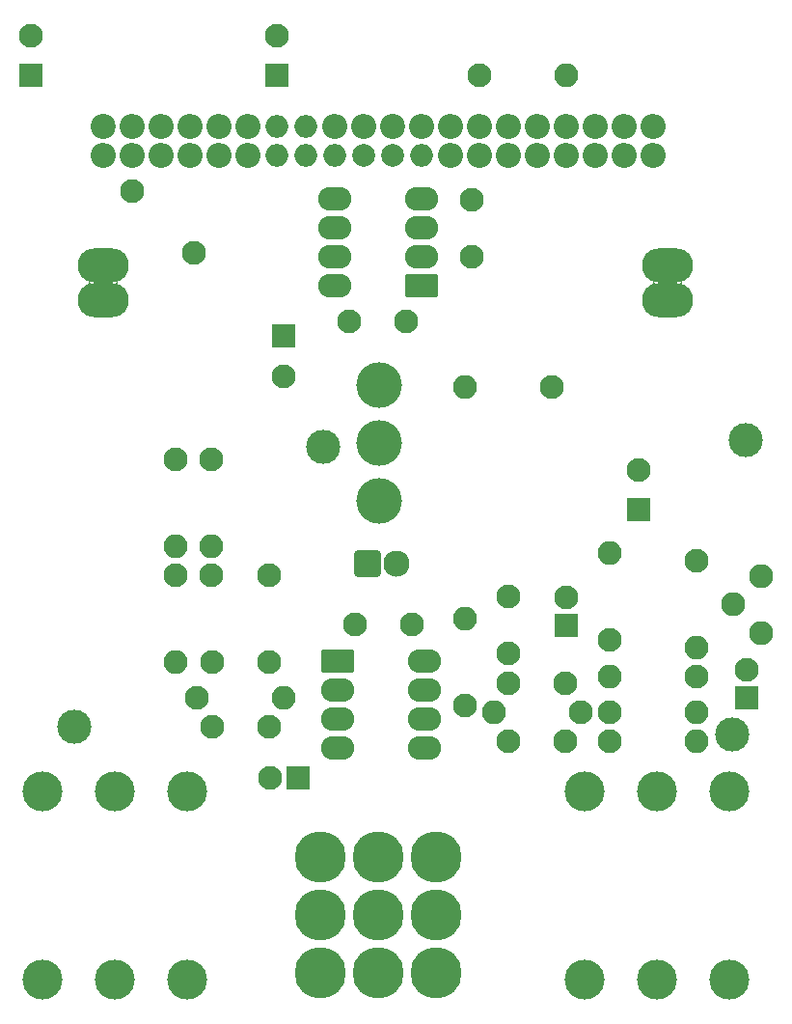
<source format=gbr>
%TF.GenerationSoftware,KiCad,Pcbnew,(6.0.6-0)*%
%TF.CreationDate,2022-07-13T00:54:31+01:00*%
%TF.ProjectId,pedal-pi-Robin,70656461-6c2d-4706-992d-526f62696e2e,rev?*%
%TF.SameCoordinates,Original*%
%TF.FileFunction,Soldermask,Top*%
%TF.FilePolarity,Negative*%
%FSLAX46Y46*%
G04 Gerber Fmt 4.6, Leading zero omitted, Abs format (unit mm)*
G04 Created by KiCad (PCBNEW (6.0.6-0)) date 2022-07-13 00:54:31*
%MOMM*%
%LPD*%
G01*
G04 APERTURE LIST*
G04 Aperture macros list*
%AMRoundRect*
0 Rectangle with rounded corners*
0 $1 Rounding radius*
0 $2 $3 $4 $5 $6 $7 $8 $9 X,Y pos of 4 corners*
0 Add a 4 corners polygon primitive as box body*
4,1,4,$2,$3,$4,$5,$6,$7,$8,$9,$2,$3,0*
0 Add four circle primitives for the rounded corners*
1,1,$1+$1,$2,$3*
1,1,$1+$1,$4,$5*
1,1,$1+$1,$6,$7*
1,1,$1+$1,$8,$9*
0 Add four rect primitives between the rounded corners*
20,1,$1+$1,$2,$3,$4,$5,0*
20,1,$1+$1,$4,$5,$6,$7,0*
20,1,$1+$1,$6,$7,$8,$9,0*
20,1,$1+$1,$8,$9,$2,$3,0*%
%AMHorizOval*
0 Thick line with rounded ends*
0 $1 width*
0 $2 $3 position (X,Y) of the first rounded end (center of the circle)*
0 $4 $5 position (X,Y) of the second rounded end (center of the circle)*
0 Add line between two ends*
20,1,$1,$2,$3,$4,$5,0*
0 Add two circle primitives to create the rounded ends*
1,1,$1,$2,$3*
1,1,$1,$4,$5*%
G04 Aperture macros list end*
%ADD10C,2.100000*%
%ADD11RoundRect,0.250000X0.800000X-0.800000X0.800000X0.800000X-0.800000X0.800000X-0.800000X-0.800000X0*%
%ADD12RoundRect,0.250000X0.800000X0.800000X-0.800000X0.800000X-0.800000X-0.800000X0.800000X-0.800000X0*%
%ADD13RoundRect,0.250000X-0.800000X0.800000X-0.800000X-0.800000X0.800000X-0.800000X0.800000X0.800000X0*%
%ADD14C,2.000000*%
%ADD15O,2.000000X2.000000*%
%ADD16O,2.200000X2.200000*%
%ADD17C,2.200000*%
%ADD18RoundRect,0.250000X-0.900000X-0.900000X0.900000X-0.900000X0.900000X0.900000X-0.900000X0.900000X0*%
%ADD19C,2.300000*%
%ADD20C,2.999360*%
%ADD21RoundRect,0.250000X-1.200000X-0.800000X1.200000X-0.800000X1.200000X0.800000X-1.200000X0.800000X0*%
%ADD22O,2.900000X2.100000*%
%ADD23RoundRect,0.250000X1.200000X0.800000X-1.200000X0.800000X-1.200000X-0.800000X1.200000X-0.800000X0*%
%ADD24C,3.500000*%
%ADD25O,2.100000X2.100000*%
%ADD26HorizOval,2.100000X0.000000X0.000000X0.000000X0.000000X0*%
%ADD27O,4.500000X3.000000*%
%ADD28C,4.000000*%
%ADD29C,2.120000*%
%ADD30C,4.500000*%
G04 APERTURE END LIST*
D10*
%TO.C,C1*%
X157480000Y-119380000D03*
X162480000Y-119380000D03*
%TD*%
%TO.C,C2*%
X157480000Y-114300000D03*
X162480000Y-114300000D03*
%TD*%
D11*
%TO.C,C3*%
X162560000Y-109220000D03*
D10*
X162560000Y-106720000D03*
%TD*%
%TO.C,C4*%
X154305000Y-76835000D03*
X154305000Y-71835000D03*
%TD*%
%TO.C,C5*%
X157480000Y-106680000D03*
X157480000Y-111680000D03*
%TD*%
%TO.C,C6*%
X131445000Y-104775000D03*
X136445000Y-104775000D03*
%TD*%
%TO.C,C7*%
X136525000Y-118110000D03*
X131525000Y-118110000D03*
%TD*%
%TO.C,C8*%
X136525000Y-112395000D03*
X131525000Y-112395000D03*
%TD*%
D12*
%TO.C,C9*%
X139065000Y-122555000D03*
D10*
X136565000Y-122555000D03*
%TD*%
%TO.C,C10*%
X149047200Y-109131100D03*
X144047200Y-109131100D03*
%TD*%
D11*
%TO.C,C11*%
X137160000Y-60960000D03*
D10*
X137160000Y-57460000D03*
%TD*%
D11*
%TO.C,C12*%
X168910000Y-99060000D03*
D10*
X168910000Y-95560000D03*
%TD*%
D11*
%TO.C,C13*%
X115570000Y-60960000D03*
D10*
X115570000Y-57460000D03*
%TD*%
D13*
%TO.C,C14*%
X137795000Y-83820000D03*
D10*
X137795000Y-87320000D03*
%TD*%
%TO.C,C15*%
X143510000Y-82550000D03*
X148510000Y-82550000D03*
%TD*%
D11*
%TO.C,C16*%
X178435000Y-115570000D03*
D10*
X178435000Y-113070000D03*
%TD*%
D14*
%TO.C,CONN1*%
X144780000Y-67945000D03*
D15*
X142240000Y-67945000D03*
X139700000Y-67945000D03*
X137160000Y-67945000D03*
D16*
X134620000Y-67945000D03*
X132080000Y-67945000D03*
X129540000Y-67945000D03*
X127000000Y-67945000D03*
X124460000Y-67945000D03*
X121920000Y-67945000D03*
%TD*%
D14*
%TO.C,CONN2*%
X147320000Y-67945000D03*
D15*
X149860000Y-67945000D03*
D16*
X152400000Y-67945000D03*
X154940000Y-67945000D03*
X157480000Y-67945000D03*
X160020000Y-67945000D03*
X162560000Y-67945000D03*
X165100000Y-67945000D03*
X167640000Y-67945000D03*
X170180000Y-67945000D03*
%TD*%
D17*
%TO.C,CONN3*%
X121920000Y-65405000D03*
D16*
X124460000Y-65405000D03*
X127000000Y-65405000D03*
X129540000Y-65405000D03*
X132080000Y-65405000D03*
X134620000Y-65405000D03*
D15*
X137160000Y-65405000D03*
X139700000Y-65405000D03*
D16*
X142240000Y-65405000D03*
X144780000Y-65405000D03*
%TD*%
D17*
%TO.C,CONN4*%
X147320000Y-65405000D03*
D16*
X149860000Y-65405000D03*
X152400000Y-65405000D03*
X154940000Y-65405000D03*
X157480000Y-65405000D03*
X160020000Y-65405000D03*
X162560000Y-65405000D03*
X165100000Y-65405000D03*
X167640000Y-65405000D03*
X170180000Y-65405000D03*
%TD*%
D18*
%TO.C,D3*%
X145135600Y-103797100D03*
D19*
X147675600Y-103797100D03*
%TD*%
D20*
%TO.C,GND*%
X119380000Y-118110000D03*
%TD*%
%TO.C,+1V6*%
X177165000Y-118745000D03*
%TD*%
%TO.C,+5v*%
X178308000Y-92964000D03*
%TD*%
%TO.C,+3v3*%
X141224000Y-93484700D03*
%TD*%
D21*
%TO.C,U1*%
X142468600Y-112331500D03*
D22*
X142468600Y-114871500D03*
X142468600Y-117411500D03*
X142468600Y-119951500D03*
X150088600Y-119951500D03*
X150088600Y-117411500D03*
X150088600Y-114871500D03*
X150088600Y-112331500D03*
%TD*%
D23*
%TO.C,U2*%
X149860000Y-79375000D03*
D22*
X149860000Y-76835000D03*
X149860000Y-74295000D03*
X149860000Y-71755000D03*
X142240000Y-71755000D03*
X142240000Y-74295000D03*
X142240000Y-76835000D03*
X142240000Y-79375000D03*
%TD*%
D24*
%TO.C,J1*%
X164147000Y-123766500D03*
X170497000Y-123766500D03*
X176847000Y-123766500D03*
X164147000Y-140266500D03*
X170497000Y-140266500D03*
X176847000Y-140266500D03*
%TD*%
%TO.C,J2*%
X129286500Y-140266500D03*
X122936500Y-140266500D03*
X116586500Y-140266500D03*
X129286500Y-123766500D03*
X122936500Y-123766500D03*
X116586500Y-123766500D03*
%TD*%
D10*
%TO.C,R0*%
X166370000Y-119380000D03*
D25*
X173990000Y-119380000D03*
%TD*%
D10*
%TO.C,R1*%
X166370000Y-116840000D03*
D25*
X173990000Y-116840000D03*
%TD*%
D10*
%TO.C,R2*%
X163830000Y-116840000D03*
D25*
X156210000Y-116840000D03*
%TD*%
D10*
%TO.C,R3*%
X166370000Y-110490000D03*
D25*
X166370000Y-102870000D03*
%TD*%
D10*
%TO.C,R4*%
X153670000Y-116205000D03*
D25*
X153670000Y-108585000D03*
%TD*%
D10*
%TO.C,R6*%
X128270000Y-94615000D03*
D25*
X128270000Y-102235000D03*
%TD*%
D10*
%TO.C,R7*%
X131445000Y-94615000D03*
D25*
X131445000Y-102235000D03*
%TD*%
D10*
%TO.C,R9*%
X128270000Y-104775000D03*
D25*
X128270000Y-112395000D03*
%TD*%
D10*
%TO.C,R10*%
X130175000Y-115570000D03*
D25*
X137795000Y-115570000D03*
%TD*%
D10*
%TO.C,R11*%
X173990000Y-103505000D03*
D25*
X173990000Y-111125000D03*
%TD*%
D10*
%TO.C,R12*%
X173990000Y-113665000D03*
D25*
X166370000Y-113665000D03*
%TD*%
D10*
%TO.C,R13*%
X154940000Y-60960000D03*
D25*
X162560000Y-60960000D03*
%TD*%
D10*
%TO.C,R14*%
X124460000Y-71120000D03*
D26*
X129848154Y-76508154D03*
%TD*%
D10*
%TO.C,R15*%
X161290000Y-88265000D03*
D25*
X153670000Y-88265000D03*
%TD*%
D27*
%TO.C,SW2*%
X171450000Y-77645000D03*
X171450000Y-80645000D03*
%TD*%
%TO.C,SW3*%
X121920000Y-77645000D03*
X121920000Y-80645000D03*
%TD*%
D28*
%TO.C,SW4*%
X146177000Y-88138000D03*
X146177000Y-93218000D03*
X146177000Y-98298000D03*
%TD*%
D29*
%TO.C,RV1*%
X179705000Y-109855000D03*
X177205000Y-107355000D03*
X179705000Y-104855000D03*
%TD*%
D30*
%TO.C,SW1*%
X140970000Y-129540000D03*
X140970000Y-134620000D03*
X140970000Y-139700000D03*
X146050000Y-129540000D03*
X146050000Y-134620000D03*
X146050000Y-139700000D03*
X151130000Y-129540000D03*
X151130000Y-134620000D03*
X151130000Y-139700000D03*
%TD*%
G36*
X120618882Y-79035137D02*
G01*
X120652747Y-79050857D01*
X120889300Y-79116459D01*
X121133473Y-79142553D01*
X121170024Y-79143000D01*
X121171744Y-79144021D01*
X121171720Y-79146021D01*
X121170164Y-79146993D01*
X120925341Y-79167121D01*
X120687247Y-79226926D01*
X120607729Y-79261502D01*
X120605741Y-79261276D01*
X120604944Y-79259442D01*
X120605676Y-79258111D01*
X120659047Y-79215102D01*
X120680919Y-79149387D01*
X120663791Y-79082281D01*
X120616677Y-79038415D01*
X120616091Y-79036503D01*
X120617454Y-79035039D01*
X120618882Y-79035137D01*
G37*
G36*
X170148882Y-79035137D02*
G01*
X170182747Y-79050857D01*
X170419300Y-79116459D01*
X170663473Y-79142553D01*
X170700024Y-79143000D01*
X170701744Y-79144021D01*
X170701720Y-79146021D01*
X170700164Y-79146993D01*
X170455341Y-79167121D01*
X170217247Y-79226926D01*
X170137729Y-79261502D01*
X170135741Y-79261276D01*
X170134944Y-79259442D01*
X170135676Y-79258111D01*
X170189047Y-79215102D01*
X170210919Y-79149387D01*
X170193791Y-79082281D01*
X170146677Y-79038415D01*
X170146091Y-79036503D01*
X170147454Y-79035039D01*
X170148882Y-79035137D01*
G37*
G36*
X123234259Y-79028724D02*
G01*
X123235056Y-79030558D01*
X123234324Y-79031889D01*
X123180953Y-79074898D01*
X123159081Y-79140613D01*
X123176209Y-79207719D01*
X123223323Y-79251585D01*
X123223909Y-79253497D01*
X123222546Y-79254961D01*
X123221118Y-79254863D01*
X123187253Y-79239143D01*
X122950700Y-79173541D01*
X122706527Y-79147447D01*
X122669976Y-79147000D01*
X122668256Y-79145979D01*
X122668280Y-79143979D01*
X122669836Y-79143007D01*
X122914659Y-79122879D01*
X123152753Y-79063074D01*
X123232271Y-79028498D01*
X123234259Y-79028724D01*
G37*
G36*
X172764259Y-79028724D02*
G01*
X172765056Y-79030558D01*
X172764324Y-79031889D01*
X172710953Y-79074898D01*
X172689081Y-79140613D01*
X172706209Y-79207719D01*
X172753323Y-79251585D01*
X172753909Y-79253497D01*
X172752546Y-79254961D01*
X172751118Y-79254863D01*
X172717253Y-79239143D01*
X172480700Y-79173541D01*
X172236527Y-79147447D01*
X172199976Y-79147000D01*
X172198256Y-79145979D01*
X172198280Y-79143979D01*
X172199836Y-79143007D01*
X172444659Y-79122879D01*
X172682753Y-79063074D01*
X172762271Y-79028498D01*
X172764259Y-79028724D01*
G37*
M02*

</source>
